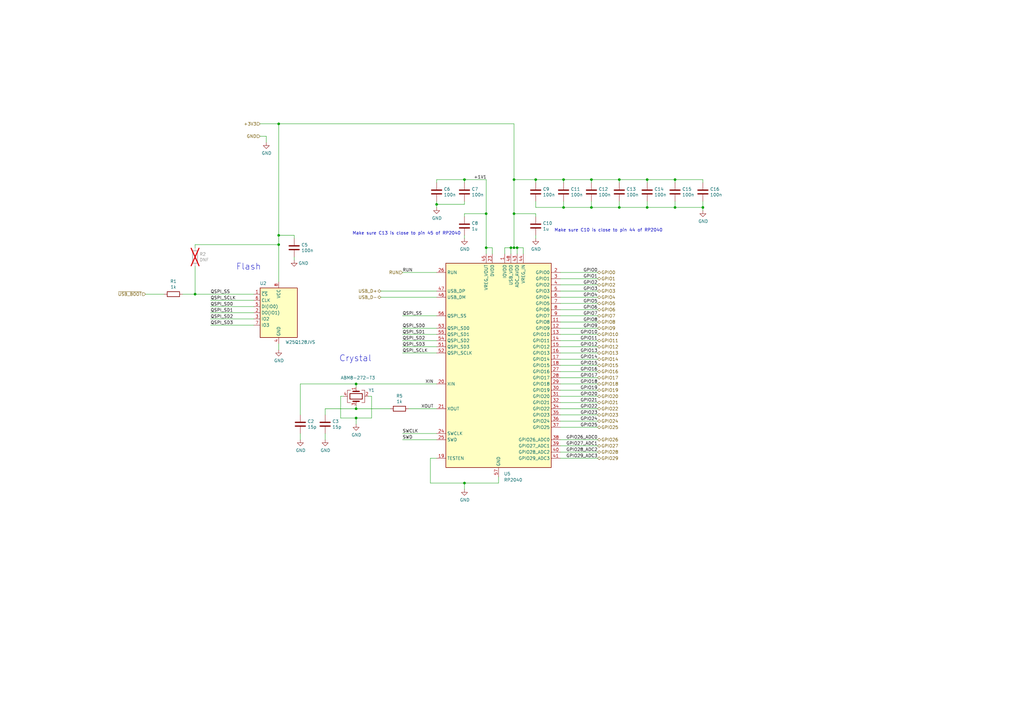
<source format=kicad_sch>
(kicad_sch (version 20250114) (generator "eeschema") (generator_version "9.0")
  (paper "A3")
  (title_block (title "RP2040 Minimal Design Example") (date "2024-01-16") (rev "REV2") (company "Raspberry Pi Ltd"))
  (lib_symbols
    (symbol "Device:C" (pin_numbers (hide yes)) (pin_names (offset 0.254))
      (property "Reference" "C" (at 0.635 2.54 0))
      (property "Value" "C" (at 0.635 -2.54 0))
      (symbol "C_0_1"
        (polyline (pts (xy -2.032 0.762) (xy 2.032 0.762)) (stroke (width 0.508)))
        (polyline (pts (xy -2.032 -0.762) (xy 2.032 -0.762)) (stroke (width 0.508)))
      )
      (symbol "C_1_1"
        (pin passive line (at 0 3.81 270) (length 2.794) (name "~") (number "1"))
        (pin passive line (at 0 -3.81 90) (length 2.794) (name "~") (number "2"))
      )
    )
    (symbol "Device:Crystal_GND24" (pin_names (offset 1.016) (hide yes))
      (property "Reference" "Y" (at 3.175 5.08 0))
      (property "Value" "Crystal_GND24" (at 3.175 3.175 0))
      (symbol "Crystal_GND24_0_1"
        (polyline (pts (xy -2.54 2.286) (xy -2.54 3.556) (xy 2.54 3.556) (xy 2.54 2.286)))
        (polyline (pts (xy -2.54 0) (xy -2.032 0)))
        (polyline (pts (xy -2.54 -2.286) (xy -2.54 -3.556) (xy 2.54 -3.556) (xy 2.54 -2.286)))
        (polyline (pts (xy -2.032 -1.27) (xy -2.032 1.27)) (stroke (width 0.508)))
        (rectangle (start -1.143 2.54) (end 1.143 -2.54) (stroke (width 0.3048)))
        (polyline (pts (xy 0 3.556) (xy 0 3.81)))
        (polyline (pts (xy 0 -3.81) (xy 0 -3.556)))
        (polyline (pts (xy 2.032 0) (xy 2.54 0)))
        (polyline (pts (xy 2.032 -1.27) (xy 2.032 1.27)) (stroke (width 0.508)))
      )
      (symbol "Crystal_GND24_1_1"
        (pin passive line (at -3.81 0 0) (length 1.27) (name "1") (number "1"))
        (pin passive line (at 0 5.08 270) (length 1.27) (name "2") (number "2"))
        (pin passive line (at 0 -5.08 90) (length 1.27) (name "4") (number "4"))
        (pin passive line (at 3.81 0 180) (length 1.27) (name "3") (number "3"))
      )
    )
    (symbol "Device:R" (pin_numbers (hide yes)) (pin_names (offset 0))
      (property "Reference" "R" (at 2.032 0 90))
      (property "Value" "R" (at 0 0 90))
      (symbol "R_0_1"
        (rectangle (start -1.016 -2.54) (end 1.016 2.54) (stroke (width 0.254)))
      )
      (symbol "R_1_1"
        (pin passive line (at 0 3.81 270) (length 1.27) (name "~") (number "1"))
        (pin passive line (at 0 -3.81 90) (length 1.27) (name "~") (number "2"))
      )
    )
    (symbol "MCU_RaspberryPi:RP2040"
      (property "Reference" "U" (at 17.78 45.72 0))
      (property "Value" "RP2040" (at 17.78 43.18 0))
      (symbol "RP2040_0_1"
        (rectangle (start -21.59 41.91) (end 21.59 -41.91) (stroke (width 0.254)) (fill (type background)))
      )
      (symbol "RP2040_1_1"
        (pin input line (at -25.4 38.1 0) (length 3.81) (name "RUN") (number "26"))
        (pin bidirectional line (at -25.4 30.48 0) (length 3.81) (name "USB_DP") (number "47"))
        (pin bidirectional line (at -25.4 27.94 0) (length 3.81) (name "USB_DM") (number "46"))
        (pin bidirectional line (at -25.4 20.32 0) (length 3.81) (name "QSPI_SS") (number "56"))
        (pin bidirectional line (at -25.4 15.24 0) (length 3.81) (name "QSPI_SD0") (number "53"))
        (pin bidirectional line (at -25.4 12.7 0) (length 3.81) (name "QSPI_SD1") (number "55"))
        (pin bidirectional line (at -25.4 10.16 0) (length 3.81) (name "QSPI_SD2") (number "54"))
        (pin bidirectional line (at -25.4 7.62 0) (length 3.81) (name "QSPI_SD3") (number "51"))
        (pin output line (at -25.4 5.08 0) (length 3.81) (name "QSPI_SCLK") (number "52"))
        (pin input line (at -25.4 -7.62 0) (length 3.81) (name "XIN") (number "20"))
        (pin passive line (at -25.4 -17.78 0) (length 3.81) (name "XOUT") (number "21"))
        (pin input line (at -25.4 -27.94 0) (length 3.81) (name "SWCLK") (number "24"))
        (pin bidirectional line (at -25.4 -30.48 0) (length 3.81) (name "SWD") (number "25"))
        (pin input line (at -25.4 -38.1 0) (length 3.81) (name "TESTEN") (number "19"))
        (pin power_out line (at -5.08 45.72 270) (length 3.81) (name "VREG_VOUT") (number "45"))
        (pin power_in line (at -2.54 45.72 270) (length 3.81) (name "DVDD") (number "23"))
        (pin passive line (at -2.54 45.72 270) (length 3.81) (hide yes) (name "DVDD") (number "50"))
        (pin power_in line (at 0 -45.72 90) (length 3.81) (name "GND") (number "57"))
        (pin power_in line (at 2.54 45.72 270) (length 3.81) (name "IOVDD") (number "1"))
        (pin passive line (at 2.54 45.72 270) (length 3.81) (hide yes) (name "IOVDD") (number "10"))
        (pin passive line (at 2.54 45.72 270) (length 3.81) (hide yes) (name "IOVDD") (number "22"))
        (pin passive line (at 2.54 45.72 270) (length 3.81) (hide yes) (name "IOVDD") (number "33"))
        (pin passive line (at 2.54 45.72 270) (length 3.81) (hide yes) (name "IOVDD") (number "42"))
        (pin passive line (at 2.54 45.72 270) (length 3.81) (hide yes) (name "IOVDD") (number "49"))
        (pin power_in line (at 5.08 45.72 270) (length 3.81) (name "USB_VDD") (number "48"))
        (pin power_in line (at 7.62 45.72 270) (length 3.81) (name "ADC_AVDD") (number "43"))
        (pin power_in line (at 10.16 45.72 270) (length 3.81) (name "VREG_IN") (number "44"))
        (pin bidirectional line (at 25.4 38.1 180) (length 3.81) (name "GPIO0") (number "2"))
        (pin bidirectional line (at 25.4 35.56 180) (length 3.81) (name "GPIO1") (number "3"))
        (pin bidirectional line (at 25.4 33.02 180) (length 3.81) (name "GPIO2") (number "4"))
        (pin bidirectional line (at 25.4 30.48 180) (length 3.81) (name "GPIO3") (number "5"))
        (pin bidirectional line (at 25.4 27.94 180) (length 3.81) (name "GPIO4") (number "6"))
        (pin bidirectional line (at 25.4 25.4 180) (length 3.81) (name "GPIO5") (number "7"))
        (pin bidirectional line (at 25.4 22.86 180) (length 3.81) (name "GPIO6") (number "8"))
        (pin bidirectional line (at 25.4 20.32 180) (length 3.81) (name "GPIO7") (number "9"))
        (pin bidirectional line (at 25.4 17.78 180) (length 3.81) (name "GPIO8") (number "11"))
        (pin bidirectional line (at 25.4 15.24 180) (length 3.81) (name "GPIO9") (number "12"))
        (pin bidirectional line (at 25.4 12.7 180) (length 3.81) (name "GPIO10") (number "13"))
        (pin bidirectional line (at 25.4 10.16 180) (length 3.81) (name "GPIO11") (number "14"))
        (pin bidirectional line (at 25.4 7.62 180) (length 3.81) (name "GPIO12") (number "15"))
        (pin bidirectional line (at 25.4 5.08 180) (length 3.81) (name "GPIO13") (number "16"))
        (pin bidirectional line (at 25.4 2.54 180) (length 3.81) (name "GPIO14") (number "17"))
        (pin bidirectional line (at 25.4 0 180) (length 3.81) (name "GPIO15") (number "18"))
        (pin bidirectional line (at 25.4 -2.54 180) (length 3.81) (name "GPIO16") (number "27"))
        (pin bidirectional line (at 25.4 -5.08 180) (length 3.81) (name "GPIO17") (number "28"))
        (pin bidirectional line (at 25.4 -7.62 180) (length 3.81) (name "GPIO18") (number "29"))
        (pin bidirectional line (at 25.4 -10.16 180) (length 3.81) (name "GPIO19") (number "30"))
        (pin bidirectional line (at 25.4 -12.7 180) (length 3.81) (name "GPIO20") (number "31"))
        (pin bidirectional line (at 25.4 -15.24 180) (length 3.81) (name "GPIO21") (number "32"))
        (pin bidirectional line (at 25.4 -17.78 180) (length 3.81) (name "GPIO22") (number "34"))
        (pin bidirectional line (at 25.4 -20.32 180) (length 3.81) (name "GPIO23") (number "35"))
        (pin bidirectional line (at 25.4 -22.86 180) (length 3.81) (name "GPIO24") (number "36"))
        (pin bidirectional line (at 25.4 -25.4 180) (length 3.81) (name "GPIO25") (number "37"))
        (pin bidirectional line (at 25.4 -30.48 180) (length 3.81) (name "GPIO26_ADC0") (number "38"))
        (pin bidirectional line (at 25.4 -33.02 180) (length 3.81) (name "GPIO27_ADC1") (number "39"))
        (pin bidirectional line (at 25.4 -35.56 180) (length 3.81) (name "GPIO28_ADC2") (number "40"))
        (pin bidirectional line (at 25.4 -38.1 180) (length 3.81) (name "GPIO29_ADC3") (number "41"))
      )
    )
    (symbol "Memory_Flash:W25Q128JVS"
      (property "Reference" "U" (at -8.89 8.89 0))
      (property "Value" "W25Q128JVS" (at 7.62 8.89 0))
      (symbol "W25Q128JVS_0_1"
        (rectangle (start -7.62 10.16) (end 7.62 -10.16) (stroke (width 0.254)) (fill (type background)))
      )
      (symbol "W25Q128JVS_1_1"
        (pin input line (at -10.16 7.62 0) (length 2.54) (name "~{CS}") (number "1"))
        (pin input line (at -10.16 5.08 0) (length 2.54) (name "CLK") (number "6"))
        (pin bidirectional line (at -10.16 2.54 0) (length 2.54) (name "DI(IO0)") (number "5"))
        (pin bidirectional line (at -10.16 0 0) (length 2.54) (name "DO(IO1)") (number "2"))
        (pin bidirectional line (at -10.16 -2.54 0) (length 2.54) (name "IO2") (number "3"))
        (pin bidirectional line (at -10.16 -5.08 0) (length 2.54) (name "IO3") (number "7"))
        (pin power_in line (at 0 12.7 270) (length 2.54) (name "VCC") (number "8"))
        (pin power_in line (at 0 -12.7 90) (length 2.54) (name "GND") (number "4"))
      )
    )
    (symbol "power:GND" (power) (pin_names (offset 0))
      (property "Value" "GND" (at 0 -3.81 0))
      (symbol "GND_0_1"
        (polyline (pts (xy 0 0) (xy 0 -1.27) (xy 1.27 -1.27) (xy 0 -2.54) (xy -1.27 -1.27) (xy 0 -1.27)))
      )
      (symbol "GND_1_1"
        (pin power_in line (at 0 0 270) (length 0) (hide yes) (name "GND") (number "1"))
      )
    )
  )
  (text "Crystal" (at 139.065 148.59 0) (effects (font (size 2.54 2.54)) (justify left bottom)))
  (text "Make sure C13 is close to pin 45 of RP2040" (at 144.526 96.52 0) (effects (font (size 1.27 1.27)) (justify left bottom)))
  (text "Make sure C10 is close to pin 44 of RP2040" (at 227.33 95.25 0) (effects (font (size 1.27 1.27)) (justify left bottom)))
  (text "Flash" (at 96.774 110.998 0) (effects (font (size 2.54 2.54)) (justify left bottom)))
  (junction (at 114.3 50.8))
  (junction (at 114.3 100.33))
  (junction (at 190.5 73.66))
  (junction (at 212.09 101.6))
  (junction (at 219.71 73.66))
  (junction (at 242.57 85.09))
  (junction (at 254 73.66))
  (junction (at 242.57 73.66))
  (junction (at 210.82 101.6))
  (junction (at 179.07 83.82))
  (junction (at 276.86 73.66))
  (junction (at 288.29 85.09))
  (junction (at 146.05 157.48))
  (junction (at 199.39 101.6))
  (junction (at 254 85.09))
  (junction (at 146.05 167.64))
  (junction (at 114.3 96.52))
  (junction (at 210.82 87.63))
  (junction (at 209.55 101.6))
  (junction (at 231.14 85.09))
  (junction (at 265.43 85.09))
  (junction (at 80.01 120.65))
  (junction (at 210.82 73.66))
  (junction (at 146.05 171.45))
  (junction (at 190.5 198.12))
  (junction (at 265.43 73.66))
  (junction (at 199.39 87.63))
  (junction (at 276.86 85.09))
  (junction (at 231.14 73.66))
  (wire (pts (xy 204.47 198.12) (xy 190.5 198.12)))
  (wire (pts (xy 229.87 137.16) (xy 245.11 137.16)))
  (wire (pts (xy 123.19 177.8) (xy 123.19 180.34)))
  (wire (pts (xy 179.07 83.82) (xy 190.5 83.82)))
  (wire (pts (xy 242.57 73.66) (xy 254 73.66)))
  (wire (pts (xy 209.55 101.6) (xy 209.55 104.14)))
  (wire (pts (xy 104.14 133.35) (xy 86.36 133.35)))
  (wire (pts (xy 242.57 74.93) (xy 242.57 73.66)))
  (wire (pts (xy 229.87 149.86) (xy 245.11 149.86)))
  (wire (pts (xy 114.3 96.52) (xy 114.3 100.33)))
  (wire (pts (xy 210.82 87.63) (xy 210.82 101.6)))
  (wire (pts (xy 229.87 175.26) (xy 245.11 175.26)))
  (wire (pts (xy 146.05 171.45) (xy 152.4 171.45)))
  (wire (pts (xy 229.87 170.18) (xy 245.11 170.18)))
  (wire (pts (xy 229.87 111.76) (xy 245.11 111.76)))
  (wire (pts (xy 176.53 198.12) (xy 176.53 187.96)))
  (wire (pts (xy 86.36 123.19) (xy 104.14 123.19)))
  (wire (pts (xy 106.68 50.8) (xy 114.3 50.8)))
  (wire (pts (xy 242.57 82.55) (xy 242.57 85.09)))
  (wire (pts (xy 229.87 116.84) (xy 245.11 116.84)))
  (wire (pts (xy 139.7 171.45) (xy 139.7 162.56)))
  (wire (pts (xy 139.7 162.56) (xy 140.97 162.56)))
  (wire (pts (xy 179.07 73.66) (xy 190.5 73.66)))
  (wire (pts (xy 133.35 177.8) (xy 133.35 180.34)))
  (wire (pts (xy 229.87 185.42) (xy 245.11 185.42)))
  (wire (pts (xy 80.01 109.22) (xy 80.01 120.65)))
  (wire (pts (xy 179.07 82.55) (xy 179.07 83.82)))
  (wire (pts (xy 151.13 162.56) (xy 152.4 162.56)))
  (wire (pts (xy 165.1 142.24) (xy 179.07 142.24)))
  (wire (pts (xy 59.69 120.65) (xy 67.31 120.65)))
  (wire (pts (xy 114.3 50.8) (xy 210.82 50.8)))
  (wire (pts (xy 190.5 73.66) (xy 199.39 73.66)))
  (wire (pts (xy 210.82 87.63) (xy 219.71 87.63)))
  (wire (pts (xy 199.39 73.66) (xy 199.39 87.63)))
  (wire (pts (xy 165.1 137.16) (xy 179.07 137.16)))
  (wire (pts (xy 207.01 101.6) (xy 207.01 104.14)))
  (wire (pts (xy 210.82 101.6) (xy 209.55 101.6)))
  (wire (pts (xy 179.07 111.76) (xy 165.1 111.76)))
  (wire (pts (xy 214.63 101.6) (xy 212.09 101.6)))
  (wire (pts (xy 265.43 74.93) (xy 265.43 73.66)))
  (wire (pts (xy 104.14 128.27) (xy 86.36 128.27)))
  (wire (pts (xy 219.71 74.93) (xy 219.71 73.66)))
  (wire (pts (xy 210.82 73.66) (xy 219.71 73.66)))
  (wire (pts (xy 120.65 96.52) (xy 114.3 96.52)))
  (wire (pts (xy 190.5 198.12) (xy 176.53 198.12)))
  (wire (pts (xy 146.05 166.37) (xy 146.05 167.64)))
  (wire (pts (xy 80.01 120.65) (xy 104.14 120.65)))
  (wire (pts (xy 179.07 129.54) (xy 165.1 129.54)))
  (wire (pts (xy 265.43 73.66) (xy 276.86 73.66)))
  (wire (pts (xy 288.29 82.55) (xy 288.29 85.09)))
  (wire (pts (xy 167.64 167.64) (xy 179.07 167.64)))
  (wire (pts (xy 229.87 147.32) (xy 245.11 147.32)))
  (wire (pts (xy 229.87 127) (xy 245.11 127)))
  (wire (pts (xy 190.5 83.82) (xy 190.5 82.55)))
  (wire (pts (xy 231.14 74.93) (xy 231.14 73.66)))
  (wire (pts (xy 231.14 85.09) (xy 219.71 85.09)))
  (wire (pts (xy 229.87 180.34) (xy 245.11 180.34)))
  (wire (pts (xy 229.87 129.54) (xy 245.11 129.54)))
  (wire (pts (xy 190.5 88.9) (xy 190.5 87.63)))
  (wire (pts (xy 104.14 130.81) (xy 86.36 130.81)))
  (wire (pts (xy 231.14 73.66) (xy 242.57 73.66)))
  (wire (pts (xy 74.93 120.65) (xy 80.01 120.65)))
  (wire (pts (xy 229.87 187.96) (xy 245.11 187.96)))
  (wire (pts (xy 109.22 55.88) (xy 109.22 58.42)))
  (wire (pts (xy 146.05 157.48) (xy 123.19 157.48)))
  (wire (pts (xy 231.14 82.55) (xy 231.14 85.09)))
  (wire (pts (xy 201.93 104.14) (xy 201.93 101.6)))
  (wire (pts (xy 199.39 87.63) (xy 199.39 101.6)))
  (wire (pts (xy 199.39 101.6) (xy 199.39 104.14)))
  (wire (pts (xy 276.86 85.09) (xy 288.29 85.09)))
  (wire (pts (xy 114.3 140.97) (xy 114.3 143.51)))
  (wire (pts (xy 210.82 50.8) (xy 210.82 73.66)))
  (wire (pts (xy 265.43 82.55) (xy 265.43 85.09)))
  (wire (pts (xy 133.35 167.64) (xy 146.05 167.64)))
  (wire (pts (xy 156.21 119.38) (xy 179.07 119.38)))
  (wire (pts (xy 219.71 73.66) (xy 231.14 73.66)))
  (wire (pts (xy 219.71 96.52) (xy 219.71 97.79)))
  (wire (pts (xy 229.87 132.08) (xy 245.11 132.08)))
  (wire (pts (xy 146.05 167.64) (xy 160.02 167.64)))
  (wire (pts (xy 229.87 119.38) (xy 245.11 119.38)))
  (wire (pts (xy 288.29 74.93) (xy 288.29 73.66)))
  (wire (pts (xy 179.07 180.34) (xy 165.1 180.34)))
  (wire (pts (xy 288.29 85.09) (xy 288.29 86.36)))
  (wire (pts (xy 229.87 157.48) (xy 245.11 157.48)))
  (wire (pts (xy 179.07 144.78) (xy 165.1 144.78)))
  (wire (pts (xy 190.5 87.63) (xy 199.39 87.63)))
  (wire (pts (xy 229.87 154.94) (xy 245.11 154.94)))
  (wire (pts (xy 104.14 125.73) (xy 86.36 125.73)))
  (wire (pts (xy 242.57 85.09) (xy 231.14 85.09)))
  (wire (pts (xy 219.71 82.55) (xy 219.71 85.09)))
  (wire (pts (xy 229.87 160.02) (xy 245.11 160.02)))
  (wire (pts (xy 229.87 139.7) (xy 245.11 139.7)))
  (wire (pts (xy 212.09 101.6) (xy 212.09 104.14)))
  (wire (pts (xy 229.87 165.1) (xy 245.11 165.1)))
  (wire (pts (xy 201.93 101.6) (xy 199.39 101.6)))
  (wire (pts (xy 146.05 171.45) (xy 146.05 173.99)))
  (wire (pts (xy 229.87 144.78) (xy 245.11 144.78)))
  (wire (pts (xy 276.86 85.09) (xy 265.43 85.09)))
  (wire (pts (xy 139.7 171.45) (xy 146.05 171.45)))
  (wire (pts (xy 146.05 158.75) (xy 146.05 157.48)))
  (wire (pts (xy 165.1 134.62) (xy 179.07 134.62)))
  (wire (pts (xy 212.09 101.6) (xy 210.82 101.6)))
  (wire (pts (xy 106.68 55.88) (xy 109.22 55.88)))
  (wire (pts (xy 229.87 134.62) (xy 245.11 134.62)))
  (wire (pts (xy 229.87 152.4) (xy 245.11 152.4)))
  (wire (pts (xy 179.07 74.93) (xy 179.07 73.66)))
  (wire (pts (xy 120.65 105.41) (xy 120.65 106.68)))
  (wire (pts (xy 179.07 83.82) (xy 179.07 85.09)))
  (wire (pts (xy 276.86 82.55) (xy 276.86 85.09)))
  (wire (pts (xy 229.87 142.24) (xy 245.11 142.24)))
  (wire (pts (xy 254 73.66) (xy 265.43 73.66)))
  (wire (pts (xy 219.71 88.9) (xy 219.71 87.63)))
  (wire (pts (xy 165.1 139.7) (xy 179.07 139.7)))
  (wire (pts (xy 229.87 124.46) (xy 245.11 124.46)))
  (wire (pts (xy 229.87 167.64) (xy 245.11 167.64)))
  (wire (pts (xy 229.87 114.3) (xy 245.11 114.3)))
  (wire (pts (xy 254 85.09) (xy 242.57 85.09)))
  (wire (pts (xy 209.55 101.6) (xy 207.01 101.6)))
  (wire (pts (xy 120.65 97.79) (xy 120.65 96.52)))
  (wire (pts (xy 265.43 85.09) (xy 254 85.09)))
  (wire (pts (xy 176.53 187.96) (xy 179.07 187.96)))
  (wire (pts (xy 190.5 198.12) (xy 190.5 200.66)))
  (wire (pts (xy 156.21 121.92) (xy 179.07 121.92)))
  (wire (pts (xy 214.63 104.14) (xy 214.63 101.6)))
  (wire (pts (xy 210.82 73.66) (xy 210.82 87.63)))
  (wire (pts (xy 190.5 74.93) (xy 190.5 73.66)))
  (wire (pts (xy 133.35 167.64) (xy 133.35 170.18)))
  (wire (pts (xy 276.86 73.66) (xy 288.29 73.66)))
  (wire (pts (xy 276.86 74.93) (xy 276.86 73.66)))
  (wire (pts (xy 254 82.55) (xy 254 85.09)))
  (wire (pts (xy 229.87 162.56) (xy 245.11 162.56)))
  (wire (pts (xy 229.87 172.72) (xy 245.11 172.72)))
  (wire (pts (xy 254 74.93) (xy 254 73.66)))
  (wire (pts (xy 114.3 50.8) (xy 114.3 96.52)))
  (wire (pts (xy 179.07 177.8) (xy 165.1 177.8)))
  (wire (pts (xy 190.5 96.52) (xy 190.5 97.79)))
  (wire (pts (xy 123.19 157.48) (xy 123.19 170.18)))
  (wire (pts (xy 152.4 162.56) (xy 152.4 171.45)))
  (wire (pts (xy 80.01 101.6) (xy 80.01 100.33)))
  (wire (pts (xy 80.01 100.33) (xy 114.3 100.33)))
  (wire (pts (xy 229.87 182.88) (xy 245.11 182.88)))
  (wire (pts (xy 229.87 121.92) (xy 245.11 121.92)))
  (wire (pts (xy 114.3 100.33) (xy 114.3 115.57)))
  (wire (pts (xy 204.47 195.58) (xy 204.47 198.12)))
  (wire (pts (xy 146.05 157.48) (xy 179.07 157.48)))
  (label "XOUT" (at 177.8 167.64 180))
  (label "+1V1" (at 194.31 73.66 0))
  (label "QSPI_SS" (at 86.36 120.65 0))
  (label "QSPI_SD3" (at 86.36 133.35 0))
  (label "QSPI_SD2" (at 165.1 139.7 0))
  (label "GPIO4" (at 245.11 121.92 180))
  (label "RUN" (at 165.1 111.76 0))
  (label "GPIO29_ADC3" (at 245.11 187.96 180))
  (label "QSPI_SD1" (at 165.1 137.16 0))
  (label "GPIO13" (at 245.11 144.78 180))
  (label "GPIO6" (at 245.11 127 180))
  (label "SWD" (at 165.1 180.34 0))
  (label "GPIO20" (at 245.11 162.56 180))
  (label "QSPI_SD1" (at 86.36 128.27 0))
  (label "QSPI_SD3" (at 165.1 142.24 0))
  (label "GPIO18" (at 245.11 157.48 180))
  (label "GPIO25" (at 245.11 175.26 180))
  (label "GPIO0" (at 245.11 111.76 180))
  (label "GPIO21" (at 245.11 165.1 180))
  (label "GPIO11" (at 245.11 139.7 180))
  (label "GPIO27_ADC1" (at 245.11 182.88 180))
  (label "GPIO1" (at 245.11 114.3 180))
  (label "XIN" (at 177.8 157.48 180))
  (label "GPIO14" (at 245.11 147.32 180))
  (label "GPIO3" (at 245.11 119.38 180))
  (label "GPIO10" (at 245.11 137.16 180))
  (label "GPIO23" (at 245.11 170.18 180))
  (label "SWCLK" (at 165.1 177.8 0))
  (label "QSPI_SCLK" (at 165.1 144.78 0))
  (label "QSPI_SD0" (at 165.1 134.62 0))
  (label "GPIO17" (at 245.11 154.94 180))
  (label "GPIO2" (at 245.11 116.84 180))
  (label "GPIO9" (at 245.11 134.62 180))
  (label "GPIO15" (at 245.11 149.86 180))
  (label "GPIO12" (at 245.11 142.24 180))
  (label "GPIO24" (at 245.11 172.72 180))
  (label "GPIO5" (at 245.11 124.46 180))
  (label "GPIO22" (at 245.11 167.64 180))
  (label "GPIO19" (at 245.11 160.02 180))
  (label "QSPI_SS" (at 165.1 129.54 0))
  (label "QSPI_SD2" (at 86.36 130.81 0))
  (label "QSPI_SD0" (at 86.36 125.73 0))
  (label "QSPI_SCLK" (at 86.36 123.19 0))
  (label "GPIO26_ADC0" (at 245.11 180.34 180))
  (label "GPIO28_ADC2" (at 245.11 185.42 180))
  (label "GPIO16" (at 245.11 152.4 180))
  (label "GPIO8" (at 245.11 132.08 180))
  (label "GPIO7" (at 245.11 129.54 180))
  (hierarchical_label "GPIO12" (shape bidirectional) (at 245.11 142.24 0))
  (hierarchical_label "GPIO28" (shape bidirectional) (at 245.11 185.42 0))
  (hierarchical_label "GPIO14" (shape bidirectional) (at 245.11 147.32 0))
  (hierarchical_label "GPIO3" (shape bidirectional) (at 245.11 119.38 0))
  (hierarchical_label "GPIO27" (shape bidirectional) (at 245.11 182.88 0))
  (hierarchical_label "GPIO18" (shape bidirectional) (at 245.11 157.48 0))
  (hierarchical_label "GPIO13" (shape bidirectional) (at 245.11 144.78 0))
  (hierarchical_label "GPIO15" (shape bidirectional) (at 245.11 149.86 0))
  (hierarchical_label "GPIO2" (shape bidirectional) (at 245.11 116.84 0))
  (hierarchical_label "+3V3" (shape input) (at 106.68 50.8 180))
  (hierarchical_label "GPIO0" (shape bidirectional) (at 245.11 111.76 0))
  (hierarchical_label "GPIO16" (shape bidirectional) (at 245.11 152.4 0))
  (hierarchical_label "GPIO8" (shape bidirectional) (at 245.11 132.08 0))
  (hierarchical_label "GPIO29" (shape bidirectional) (at 245.11 187.96 0))
  (hierarchical_label "GPIO21" (shape bidirectional) (at 245.11 165.1 0))
  (hierarchical_label "~{USB_BOOT}" (shape input) (at 59.69 120.65 180))
  (hierarchical_label "GPIO10" (shape bidirectional) (at 245.11 137.16 0))
  (hierarchical_label "RUN" (shape input) (at 165.1 111.76 180))
  (hierarchical_label "GPIO26" (shape bidirectional) (at 245.11 180.34 0))
  (hierarchical_label "GPIO22" (shape bidirectional) (at 245.11 167.64 0))
  (hierarchical_label "GPIO24" (shape bidirectional) (at 245.11 172.72 0))
  (hierarchical_label "GPIO1" (shape bidirectional) (at 245.11 114.3 0))
  (hierarchical_label "USB_D-" (shape bidirectional) (at 156.21 121.92 180))
  (hierarchical_label "GPIO4" (shape bidirectional) (at 245.11 121.92 0))
  (hierarchical_label "GPIO9" (shape bidirectional) (at 245.11 134.62 0))
  (hierarchical_label "GPIO7" (shape bidirectional) (at 245.11 129.54 0))
  (hierarchical_label "GND" (shape input) (at 106.68 55.88 180))
  (hierarchical_label "GPIO19" (shape bidirectional) (at 245.11 160.02 0))
  (hierarchical_label "GPIO17" (shape bidirectional) (at 245.11 154.94 0))
  (hierarchical_label "USB_D+" (shape bidirectional) (at 156.21 119.38 180))
  (hierarchical_label "GPIO23" (shape bidirectional) (at 245.11 170.18 0))
  (hierarchical_label "GPIO5" (shape bidirectional) (at 245.11 124.46 0))
  (hierarchical_label "GPIO20" (shape bidirectional) (at 245.11 162.56 0))
  (hierarchical_label "GPIO25" (shape bidirectional) (at 245.11 175.26 0))
  (hierarchical_label "GPIO6" (shape bidirectional) (at 245.11 127 0))
  (hierarchical_label "GPIO11" (shape bidirectional) (at 245.11 139.7 0))
  (symbol (lib_id "Memory_Flash:W25Q128JVS") (at 114.3 128.27 0) (unit 1)
    (property "Reference" "U2" (at 107.95 116.205 0))
    (property "Value" "W25Q128JVS" (at 123.19 140.335 0))
    (property "Footprint" "Package_SO:SOIC-8_5.23x5.23mm_P1.27mm" (effects (hide yes)))
    (property "Datasheet" "http://www.winbond.com/resource-files/w25q128jv_dtr%20revc%2003272018%20plus.pdf" (effects (hide yes)))
    (property "digikey" "W25Q128JVSIQCT-ND" (effects (hide yes)))
  )
  (symbol (lib_id "Device:R") (at 80.01 105.41 0) (unit 1) (in_bom no) (dnp yes)
    (property "Reference" "R2" (at 81.788 104.2416 0) (effects (justify left)))
    (property "Value" "DNF" (at 81.788 106.553 0) (effects (justify left)))
    (property "Footprint" "Resistor_SMD:R_0603_1608Metric" (effects (hide yes)))
  )
  (symbol (lib_id "Device:R") (at 71.12 120.65 270) (unit 1)
    (property "Reference" "R1" (at 71.12 115.3922 90))
    (property "Value" "1k" (at 71.12 117.7036 90))
    (property "Footprint" "Resistor_SMD:R_0603_1608Metric" (effects (hide yes)))
    (property "digikey" "RG20P1.0KBCT-ND" (effects (hide yes)))
  )
  (symbol (lib_id "Device:C") (at 120.65 101.6 0) (unit 1)
    (property "Reference" "C5" (at 123.571 100.4316 0) (effects (justify left)))
    (property "Value" "100n" (at 123.571 102.743 0) (effects (justify left)))
    (property "Footprint" "Capacitor_SMD:C_0805_2012Metric" (effects (hide yes)))
    (property "digikey" "1276-6840-1-ND " (effects (hide yes)))
  )
  (symbol (lib_id "power:GND") (at 120.65 106.68 0) (unit 1)
    (property "Reference" "#PWR011" (effects (hide yes)))
    (property "Value" "GND" (at 124.46 107.95 0))
  )
  (symbol (lib_id "Device:C") (at 219.71 78.74 0) (unit 1)
    (property "Reference" "C9" (at 222.631 77.5716 0) (effects (justify left)))
    (property "Value" "100n" (at 222.631 79.883 0) (effects (justify left)))
    (property "Footprint" "Capacitor_SMD:C_0805_2012Metric" (effects (hide yes)))
    (property "digikey" "1276-6840-1-ND " (effects (hide yes)))
  )
  (symbol (lib_id "Device:C") (at 231.14 78.74 0) (unit 1)
    (property "Reference" "C11" (at 234.061 77.5716 0) (effects (justify left)))
    (property "Value" "100n" (at 234.061 79.883 0) (effects (justify left)))
    (property "Footprint" "Capacitor_SMD:C_0805_2012Metric" (effects (hide yes)))
    (property "digikey" "1276-6840-1-ND " (effects (hide yes)))
  )
  (symbol (lib_id "Device:C") (at 242.57 78.74 0) (unit 1)
    (property "Reference" "C12" (at 245.491 77.5716 0) (effects (justify left)))
    (property "Value" "100n" (at 245.491 79.883 0) (effects (justify left)))
    (property "Footprint" "Capacitor_SMD:C_0805_2012Metric" (effects (hide yes)))
    (property "digikey" "1276-6840-1-ND " (effects (hide yes)))
  )
  (symbol (lib_id "Device:C") (at 254 78.74 0) (unit 1)
    (property "Reference" "C13" (at 256.921 77.5716 0) (effects (justify left)))
    (property "Value" "100n" (at 256.921 79.883 0) (effects (justify left)))
    (property "Footprint" "Capacitor_SMD:C_0805_2012Metric" (effects (hide yes)))
    (property "digikey" "1276-6840-1-ND " (effects (hide yes)))
  )
  (symbol (lib_id "Device:C") (at 265.43 78.74 0) (unit 1)
    (property "Reference" "C14" (at 268.351 77.5716 0) (effects (justify left)))
    (property "Value" "100n" (at 268.351 79.883 0) (effects (justify left)))
    (property "Footprint" "Capacitor_SMD:C_0805_2012Metric" (effects (hide yes)))
    (property "digikey" "1276-6840-1-ND " (effects (hide yes)))
  )
  (symbol (lib_id "Device:C") (at 276.86 78.74 0) (unit 1)
    (property "Reference" "C15" (at 279.781 77.5716 0) (effects (justify left)))
    (property "Value" "100n" (at 279.781 79.883 0) (effects (justify left)))
    (property "Footprint" "Capacitor_SMD:C_0805_2012Metric" (effects (hide yes)))
    (property "digikey" "1276-6840-1-ND " (effects (hide yes)))
  )
  (symbol (lib_id "Device:C") (at 288.29 78.74 0) (unit 1)
    (property "Reference" "C16" (at 291.211 77.5716 0) (effects (justify left)))
    (property "Value" "100n" (at 291.211 79.883 0) (effects (justify left)))
    (property "Footprint" "Capacitor_SMD:C_0805_2012Metric" (effects (hide yes)))
    (property "digikey" "1276-6840-1-ND " (effects (hide yes)))
  )
  (symbol (lib_id "Device:C") (at 179.07 78.74 0) (unit 1)
    (property "Reference" "C6" (at 181.991 77.5716 0) (effects (justify left)))
    (property "Value" "100n" (at 181.991 79.883 0) (effects (justify left)))
    (property "Footprint" "Capacitor_SMD:C_0805_2012Metric" (effects (hide yes)))
    (property "digikey" "1276-6840-1-ND " (effects (hide yes)))
  )
  (symbol (lib_id "Device:C") (at 190.5 78.74 0) (unit 1)
    (property "Reference" "C7" (at 193.421 77.5716 0) (effects (justify left)))
    (property "Value" "100n" (at 193.421 79.883 0) (effects (justify left)))
    (property "Footprint" "Capacitor_SMD:C_0805_2012Metric" (effects (hide yes)))
    (property "digikey" "1276-6840-1-ND " (effects (hide yes)))
  )
  (symbol (lib_id "Device:C") (at 190.5 92.71 0) (unit 1)
    (property "Reference" "C8" (at 193.421 91.5416 0) (effects (justify left)))
    (property "Value" "1u" (at 193.421 93.853 0) (effects (justify left)))
    (property "Footprint" "Capacitor_SMD:C_0805_2012Metric" (effects (hide yes)))
    (property "digikey" "1276-1029-1-ND" (effects (hide yes)))
  )
  (symbol (lib_id "Device:C") (at 219.71 92.71 0) (unit 1)
    (property "Reference" "C10" (at 222.631 91.5416 0) (effects (justify left)))
    (property "Value" "1u" (at 222.631 93.853 0) (effects (justify left)))
    (property "Footprint" "Capacitor_SMD:C_0805_2012Metric" (effects (hide yes)))
    (property "digikey" "1276-1029-1-ND" (effects (hide yes)))
  )
  (symbol (lib_id "power:GND") (at 288.29 86.36 0) (unit 1)
    (property "Reference" "#PWR023" (effects (hide yes)))
    (property "Value" "GND" (at 288.417 90.7542 0))
  )
  (symbol (lib_id "power:GND") (at 179.07 85.09 0) (unit 1)
    (property "Reference" "#PWR012" (effects (hide yes)))
    (property "Value" "GND" (at 179.197 89.4842 0))
  )
  (symbol (lib_id "power:GND") (at 190.5 97.79 0) (unit 1)
    (property "Reference" "#PWR013" (effects (hide yes)))
    (property "Value" "GND" (at 190.627 102.1842 0))
  )
  (symbol (lib_id "power:GND") (at 219.71 97.79 0) (unit 1)
    (property "Reference" "#PWR018" (effects (hide yes)))
    (property "Value" "GND" (at 219.837 102.1842 0))
  )
  (symbol (lib_id "power:GND") (at 190.5 200.66 0) (unit 1)
    (property "Reference" "#PWR018" (effects (hide yes)))
    (property "Value" "GND" (at 190.627 205.0542 0))
    (instances (project "Huvud" (path "" (reference "#PWR070") (unit 1))) (project "gan_motor_driver" (path "" (reference "#PWR018") (unit 1))))
  )
  (symbol (lib_id "Device:Crystal_GND24") (at 146.05 162.56 270) (unit 1)
    (property "Reference" "Y1" (at 151.13 160.02 90) (effects (justify left)))
    (property "Value" "ABM8-272-T3" (at 139.7 154.94 90) (effects (justify left)))
    (property "Footprint" "Crystal:Crystal_SMD_3225-4Pin_3.2x2.5mm" (effects (hide yes)))
    (property "kicad" "535-ABM8-272-T3CT-ND" (effects (hide yes)))
    (property "digikey" "535-ABM8-272-T3CT-ND" (effects (hide yes)))
  )
  (symbol (lib_id "Device:C") (at 123.19 173.99 0) (unit 1)
    (property "Reference" "C2" (at 126.111 172.8216 0) (effects (justify left)))
    (property "Value" "15p" (at 126.111 175.133 0) (effects (justify left)))
    (property "Footprint" "Capacitor_SMD:C_0805_2012Metric" (effects (hide yes)))
    (property "digikey" "311-1102-1-ND" (effects (hide yes)))
  )
  (symbol (lib_id "MCU_RaspberryPi:RP2040") (at 204.47 149.86 0) (unit 1)
    (property "Reference" "U3" (at 206.6641 194.31 0) (effects (justify left)))
    (property "Value" "RP2040" (at 206.6641 196.85 0) (effects (justify left)))
    (property "Footprint" "Package_DFN_QFN:QFN-56-1EP_7x7mm_P0.4mm_EP3.2x3.2mm" (effects (hide yes)))
    (property "Datasheet" "https://datasheets.raspberrypi.com/rp2040/rp2040-datasheet.pdf" (effects (hide yes)))
    (property "Description" "A microcontroller by Raspberry Pi" (effects (hide yes)))
    (property "digikey" "2648-SC0914(13)CT-ND" (effects (hide yes)))
    (instances (project "" (path "" (reference "U5") (unit 1))) (project "gan_motor_driver" (path "" (reference "U3") (unit 1))))
  )
  (symbol (lib_id "power:GND") (at 123.19 180.34 0) (unit 1)
    (property "Reference" "#PWR013" (effects (hide yes)))
    (property "Value" "GND" (at 123.317 184.7342 0))
    (instances (project "Huvud" (path "" (reference "#PWR067") (unit 1))) (project "gan_motor_driver" (path "" (reference "#PWR013") (unit 1))))
  )
  (symbol (lib_id "Device:R") (at 163.83 167.64 270) (unit 1)
    (property "Reference" "R5" (at 163.83 162.3822 90))
    (property "Value" "1k" (at 163.83 164.6936 90))
    (property "Footprint" "Resistor_SMD:R_0603_1608Metric" (effects (hide yes)))
    (property "digikey" "RG20P1.0KBCT-ND" (effects (hide yes)))
  )
  (symbol (lib_id "power:GND") (at 109.22 58.42 0) (unit 1)
    (property "Reference" "#PWR010" (effects (hide yes)))
    (property "Value" "GND" (at 109.347 62.8142 0))
    (instances (project "Huvud" (path "" (reference "#PWR071") (unit 1))) (project "gan_motor_driver" (path "" (reference "#PWR010") (unit 1))))
  )
  (symbol (lib_id "Device:C") (at 133.35 173.99 0) (unit 1)
    (property "Reference" "C3" (at 136.271 172.8216 0) (effects (justify left)))
    (property "Value" "15p" (at 136.271 175.133 0) (effects (justify left)))
    (property "Footprint" "Capacitor_SMD:C_0805_2012Metric" (effects (hide yes)))
    (property "digikey" "311-1102-1-ND" (effects (hide yes)))
  )
  (symbol (lib_id "power:GND") (at 146.05 173.99 0) (unit 1)
    (property "Reference" "#PWR015" (effects (hide yes)))
    (property "Value" "GND" (at 146.177 178.3842 0))
    (instances (project "Huvud" (path "" (reference "#PWR069") (unit 1))) (project "gan_motor_driver" (path "" (reference "#PWR015") (unit 1))))
  )
  (symbol (lib_id "power:GND") (at 133.35 180.34 0) (unit 1)
    (property "Reference" "#PWR014" (effects (hide yes)))
    (property "Value" "GND" (at 133.477 184.7342 0))
    (instances (project "Huvud" (path "" (reference "#PWR066") (unit 1))) (project "gan_motor_driver" (path "" (reference "#PWR014") (unit 1))))
  )
  (symbol (lib_id "power:GND") (at 114.3 143.51 0) (unit 1)
    (property "Reference" "#PWR011" (effects (hide yes)))
    (property "Value" "GND" (at 114.427 147.9042 0))
    (instances (project "Huvud" (path "" (reference "#PWR068") (unit 1))) (project "gan_motor_driver" (path "" (reference "#PWR011") (unit 1))))
  )
)
</source>
